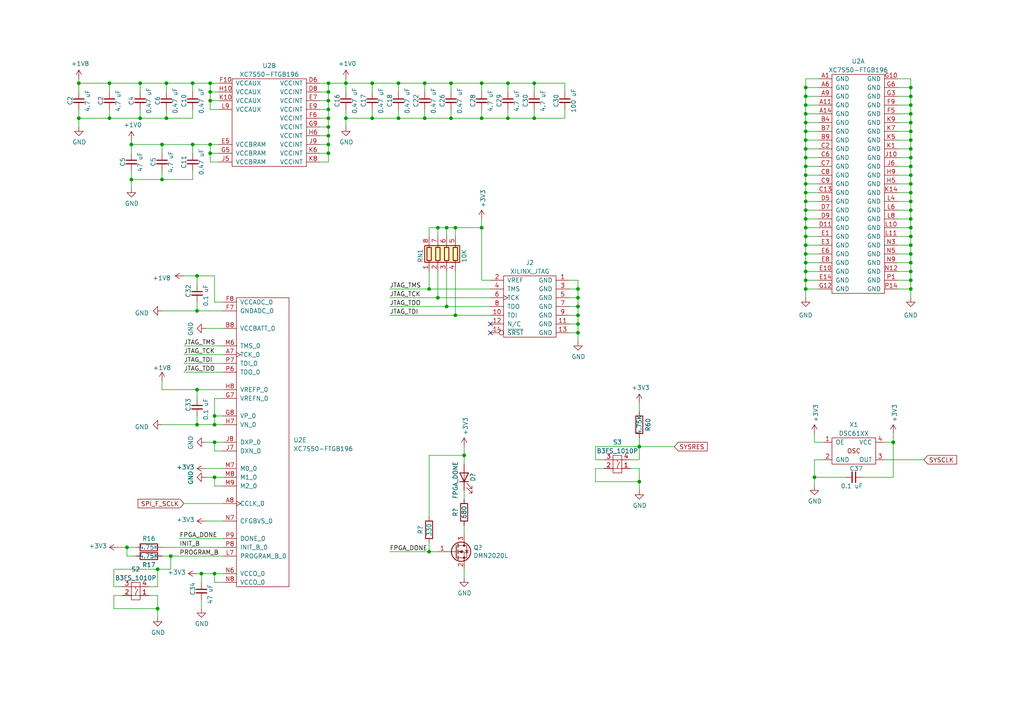
<source format=kicad_sch>
(kicad_sch (version 20230121) (generator eeschema)
  (paper "A4")
  (junction (at 127 66.04))
  (junction (at 233.68 27.94))
  (junction (at 147.32 34.29))
  (junction (at 233.68 50.8))
  (junction (at 264.16 30.48))
  (junction (at 167.64 93.98))
  (junction (at 264.16 76.2))
  (junction (at 167.64 86.36))
  (junction (at 95.25 41.91))
  (junction (at 127 86.36))
  (junction (at 60.96 24.13))
  (junction (at 264.16 68.58))
  (junction (at 264.16 35.56))
  (junction (at 154.94 34.29))
  (junction (at 40.64 34.29))
  (junction (at 100.33 34.29))
  (junction (at 62.23 138.43))
  (junction (at 233.68 58.42))
  (junction (at 233.68 83.82))
  (junction (at 95.25 31.75))
  (junction (at 264.16 27.94))
  (junction (at 46.99 52.07))
  (junction (at 233.68 40.64))
  (junction (at 264.16 66.04))
  (junction (at 259.08 128.27))
  (junction (at 129.54 66.04))
  (junction (at 40.64 24.13))
  (junction (at 167.64 88.9))
  (junction (at 264.16 60.96))
  (junction (at 264.16 45.72))
  (junction (at 57.15 113.03))
  (junction (at 233.68 53.34))
  (junction (at 62.23 128.27))
  (junction (at 130.81 34.29))
  (junction (at 45.72 176.53))
  (junction (at 115.57 24.13))
  (junction (at 264.16 81.28))
  (junction (at 264.16 55.88))
  (junction (at 233.68 33.02))
  (junction (at 58.42 166.37))
  (junction (at 167.64 83.82))
  (junction (at 60.96 29.21))
  (junction (at 264.16 63.5))
  (junction (at 233.68 30.48))
  (junction (at 124.46 160.02))
  (junction (at 49.53 161.29))
  (junction (at 154.94 24.13))
  (junction (at 264.16 25.4))
  (junction (at 60.96 41.91))
  (junction (at 130.81 24.13))
  (junction (at 95.25 36.83))
  (junction (at 124.46 83.82))
  (junction (at 38.1 52.07))
  (junction (at 233.68 66.04))
  (junction (at 264.16 33.02))
  (junction (at 167.64 96.52))
  (junction (at 48.26 34.29))
  (junction (at 95.25 44.45))
  (junction (at 107.95 24.13))
  (junction (at 55.88 24.13))
  (junction (at 236.22 138.43))
  (junction (at 38.1 41.91))
  (junction (at 264.16 48.26))
  (junction (at 147.32 24.13))
  (junction (at 185.42 129.54))
  (junction (at 233.68 71.12))
  (junction (at 115.57 34.29))
  (junction (at 95.25 39.37))
  (junction (at 134.62 132.08))
  (junction (at 139.7 66.04))
  (junction (at 46.99 41.91))
  (junction (at 22.86 34.29))
  (junction (at 233.68 60.96))
  (junction (at 233.68 55.88))
  (junction (at 233.68 35.56))
  (junction (at 264.16 58.42))
  (junction (at 264.16 78.74))
  (junction (at 95.25 29.21))
  (junction (at 233.68 81.28))
  (junction (at 129.54 88.9))
  (junction (at 264.16 50.8))
  (junction (at 185.42 139.7))
  (junction (at 48.26 24.13))
  (junction (at 22.86 24.13))
  (junction (at 31.75 34.29))
  (junction (at 264.16 73.66))
  (junction (at 264.16 71.12))
  (junction (at 132.08 66.04))
  (junction (at 62.23 120.65))
  (junction (at 233.68 25.4))
  (junction (at 107.95 34.29))
  (junction (at 45.72 165.1))
  (junction (at 233.68 48.26))
  (junction (at 132.08 91.44))
  (junction (at 264.16 43.18))
  (junction (at 57.15 123.19))
  (junction (at 233.68 68.58))
  (junction (at 264.16 38.1))
  (junction (at 95.25 24.13))
  (junction (at 62.23 166.37))
  (junction (at 60.96 26.67))
  (junction (at 233.68 43.18))
  (junction (at 60.96 44.45))
  (junction (at 123.19 24.13))
  (junction (at 31.75 24.13))
  (junction (at 139.7 34.29))
  (junction (at 100.33 24.13))
  (junction (at 57.15 90.17))
  (junction (at 233.68 63.5))
  (junction (at 62.23 123.19))
  (junction (at 36.83 158.75))
  (junction (at 167.64 91.44))
  (junction (at 264.16 53.34))
  (junction (at 264.16 40.64))
  (junction (at 57.15 80.01))
  (junction (at 264.16 83.82))
  (junction (at 123.19 34.29))
  (junction (at 55.88 41.91))
  (junction (at 233.68 38.1))
  (junction (at 139.7 24.13))
  (junction (at 95.25 34.29))
  (junction (at 233.68 78.74))
  (junction (at 233.68 76.2))
  (junction (at 95.25 26.67))
  (junction (at 233.68 73.66))
  (junction (at 233.68 45.72))
  (no_connect (at 142.24 93.98))
  (no_connect (at 142.24 96.52))
  (wire (pts (xy 45.72 176.53) (xy 45.72 179.07)))
  (wire (pts (xy 264.16 53.34) (xy 264.16 55.88)))
  (wire (pts (xy 115.57 34.29) (xy 107.95 34.29)))
  (wire (pts (xy 165.1 91.44) (xy 167.64 91.44)))
  (wire (pts (xy 49.53 161.29) (xy 46.99 161.29)))
  (wire (pts (xy 95.25 24.13) (xy 92.71 24.13)))
  (wire (pts (xy 233.68 50.8) (xy 233.68 53.34)))
  (wire (pts (xy 53.34 105.41) (xy 64.77 105.41)))
  (wire (pts (xy 64.77 90.17) (xy 57.15 90.17)))
  (wire (pts (xy 233.68 68.58) (xy 237.49 68.58)))
  (wire (pts (xy 260.35 73.66) (xy 264.16 73.66)))
  (wire (pts (xy 260.35 78.74) (xy 264.16 78.74)))
  (wire (pts (xy 107.95 31.75) (xy 107.95 34.29)))
  (wire (pts (xy 132.08 66.04) (xy 139.7 66.04)))
  (wire (pts (xy 130.81 26.67) (xy 130.81 24.13)))
  (wire (pts (xy 63.5 44.45) (xy 60.96 44.45)))
  (wire (pts (xy 185.42 135.89) (xy 185.42 139.7)))
  (wire (pts (xy 260.35 66.04) (xy 264.16 66.04)))
  (wire (pts (xy 33.02 165.1) (xy 45.72 165.1)))
  (wire (pts (xy 264.16 68.58) (xy 264.16 71.12)))
  (wire (pts (xy 237.49 22.86) (xy 233.68 22.86)))
  (wire (pts (xy 92.71 41.91) (xy 95.25 41.91)))
  (wire (pts (xy 95.25 46.99) (xy 92.71 46.99)))
  (wire (pts (xy 123.19 34.29) (xy 115.57 34.29)))
  (wire (pts (xy 129.54 66.04) (xy 132.08 66.04)))
  (wire (pts (xy 57.15 113.03) (xy 57.15 115.57)))
  (wire (pts (xy 233.68 71.12) (xy 233.68 73.66)))
  (wire (pts (xy 154.94 26.67) (xy 154.94 24.13)))
  (wire (pts (xy 62.23 80.01) (xy 57.15 80.01)))
  (wire (pts (xy 22.86 24.13) (xy 22.86 26.67)))
  (wire (pts (xy 64.77 140.97) (xy 62.23 140.97)))
  (wire (pts (xy 107.95 24.13) (xy 100.33 24.13)))
  (wire (pts (xy 260.35 40.64) (xy 264.16 40.64)))
  (wire (pts (xy 260.35 63.5) (xy 264.16 63.5)))
  (wire (pts (xy 260.35 33.02) (xy 264.16 33.02)))
  (wire (pts (xy 233.68 55.88) (xy 237.49 55.88)))
  (wire (pts (xy 64.77 128.27) (xy 62.23 128.27)))
  (wire (pts (xy 233.68 35.56) (xy 237.49 35.56)))
  (wire (pts (xy 233.68 45.72) (xy 233.68 48.26)))
  (wire (pts (xy 36.83 158.75) (xy 34.29 158.75)))
  (wire (pts (xy 139.7 31.75) (xy 139.7 34.29)))
  (wire (pts (xy 113.03 86.36) (xy 127 86.36)))
  (wire (pts (xy 62.23 130.81) (xy 62.23 128.27)))
  (wire (pts (xy 46.99 44.45) (xy 46.99 41.91)))
  (wire (pts (xy 53.34 146.05) (xy 64.77 146.05)))
  (wire (pts (xy 60.96 26.67) (xy 60.96 24.13)))
  (wire (pts (xy 237.49 66.04) (xy 233.68 66.04)))
  (wire (pts (xy 165.1 96.52) (xy 167.64 96.52)))
  (wire (pts (xy 233.68 71.12) (xy 237.49 71.12)))
  (wire (pts (xy 142.24 83.82) (xy 124.46 83.82)))
  (wire (pts (xy 130.81 31.75) (xy 130.81 34.29)))
  (wire (pts (xy 58.42 166.37) (xy 58.42 168.91)))
  (wire (pts (xy 167.64 81.28) (xy 165.1 81.28)))
  (wire (pts (xy 57.15 80.01) (xy 57.15 82.55)))
  (wire (pts (xy 46.99 110.49) (xy 46.99 113.03)))
  (wire (pts (xy 264.16 43.18) (xy 264.16 45.72)))
  (wire (pts (xy 233.68 27.94) (xy 237.49 27.94)))
  (wire (pts (xy 64.77 87.63) (xy 62.23 87.63)))
  (wire (pts (xy 264.16 83.82) (xy 260.35 83.82)))
  (wire (pts (xy 45.72 176.53) (xy 33.02 176.53)))
  (wire (pts (xy 31.75 31.75) (xy 31.75 34.29)))
  (wire (pts (xy 264.16 30.48) (xy 264.16 33.02)))
  (wire (pts (xy 154.94 24.13) (xy 147.32 24.13)))
  (wire (pts (xy 264.16 78.74) (xy 264.16 81.28)))
  (wire (pts (xy 264.16 58.42) (xy 264.16 60.96)))
  (wire (pts (xy 132.08 91.44) (xy 142.24 91.44)))
  (wire (pts (xy 62.23 168.91) (xy 62.23 166.37)))
  (wire (pts (xy 33.02 170.18) (xy 35.56 170.18)))
  (wire (pts (xy 124.46 78.74) (xy 124.46 83.82)))
  (wire (pts (xy 264.16 83.82) (xy 264.16 86.36)))
  (wire (pts (xy 233.68 81.28) (xy 233.68 83.82)))
  (wire (pts (xy 167.64 93.98) (xy 167.64 91.44)))
  (wire (pts (xy 147.32 31.75) (xy 147.32 34.29)))
  (wire (pts (xy 236.22 138.43) (xy 236.22 140.97)))
  (wire (pts (xy 46.99 90.17) (xy 57.15 90.17)))
  (wire (pts (xy 43.18 170.18) (xy 45.72 170.18)))
  (wire (pts (xy 48.26 31.75) (xy 48.26 34.29)))
  (wire (pts (xy 233.68 63.5) (xy 233.68 66.04)))
  (wire (pts (xy 264.16 40.64) (xy 264.16 43.18)))
  (wire (pts (xy 62.23 87.63) (xy 62.23 80.01)))
  (wire (pts (xy 185.42 139.7) (xy 185.42 142.24)))
  (wire (pts (xy 40.64 31.75) (xy 40.64 34.29)))
  (wire (pts (xy 62.23 123.19) (xy 62.23 120.65)))
  (wire (pts (xy 124.46 66.04) (xy 127 66.04)))
  (wire (pts (xy 195.58 129.54) (xy 185.42 129.54)))
  (wire (pts (xy 165.1 86.36) (xy 167.64 86.36)))
  (wire (pts (xy 245.11 138.43) (xy 236.22 138.43)))
  (wire (pts (xy 123.19 31.75) (xy 123.19 34.29)))
  (wire (pts (xy 123.19 26.67) (xy 123.19 24.13)))
  (wire (pts (xy 163.83 26.67) (xy 163.83 24.13)))
  (wire (pts (xy 233.68 35.56) (xy 233.68 38.1)))
  (wire (pts (xy 260.35 81.28) (xy 264.16 81.28)))
  (wire (pts (xy 233.68 40.64) (xy 237.49 40.64)))
  (wire (pts (xy 233.68 33.02) (xy 233.68 35.56)))
  (wire (pts (xy 95.25 39.37) (xy 95.25 41.91)))
  (wire (pts (xy 39.37 158.75) (xy 36.83 158.75)))
  (wire (pts (xy 233.68 25.4) (xy 233.68 27.94)))
  (wire (pts (xy 163.83 24.13) (xy 154.94 24.13)))
  (wire (pts (xy 57.15 120.65) (xy 57.15 123.19)))
  (wire (pts (xy 167.64 86.36) (xy 167.64 83.82)))
  (wire (pts (xy 264.16 73.66) (xy 264.16 76.2)))
  (wire (pts (xy 60.96 24.13) (xy 55.88 24.13)))
  (wire (pts (xy 22.86 34.29) (xy 22.86 36.83)))
  (wire (pts (xy 233.68 43.18) (xy 233.68 45.72)))
  (wire (pts (xy 64.77 168.91) (xy 62.23 168.91)))
  (wire (pts (xy 40.64 34.29) (xy 31.75 34.29)))
  (wire (pts (xy 62.23 120.65) (xy 62.23 115.57)))
  (wire (pts (xy 38.1 40.64) (xy 38.1 41.91)))
  (wire (pts (xy 134.62 144.78) (xy 134.62 142.24)))
  (wire (pts (xy 95.25 31.75) (xy 95.25 34.29)))
  (wire (pts (xy 62.23 166.37) (xy 58.42 166.37)))
  (wire (pts (xy 39.37 161.29) (xy 36.83 161.29)))
  (wire (pts (xy 233.68 45.72) (xy 237.49 45.72)))
  (wire (pts (xy 38.1 54.61) (xy 38.1 52.07)))
  (wire (pts (xy 233.68 30.48) (xy 233.68 33.02)))
  (wire (pts (xy 52.07 156.21) (xy 64.77 156.21)))
  (wire (pts (xy 129.54 78.74) (xy 129.54 88.9)))
  (wire (pts (xy 264.16 55.88) (xy 264.16 58.42)))
  (wire (pts (xy 33.02 172.72) (xy 35.56 172.72)))
  (wire (pts (xy 264.16 71.12) (xy 264.16 73.66)))
  (wire (pts (xy 92.71 29.21) (xy 95.25 29.21)))
  (wire (pts (xy 123.19 24.13) (xy 115.57 24.13)))
  (wire (pts (xy 233.68 22.86) (xy 233.68 25.4)))
  (wire (pts (xy 107.95 34.29) (xy 100.33 34.29)))
  (wire (pts (xy 130.81 24.13) (xy 123.19 24.13)))
  (wire (pts (xy 185.42 133.35) (xy 185.42 129.54)))
  (wire (pts (xy 60.96 46.99) (xy 60.96 44.45)))
  (wire (pts (xy 264.16 48.26) (xy 264.16 50.8)))
  (wire (pts (xy 100.33 22.86) (xy 100.33 24.13)))
  (wire (pts (xy 167.64 99.06) (xy 167.64 96.52)))
  (wire (pts (xy 264.16 81.28) (xy 264.16 83.82)))
  (wire (pts (xy 233.68 76.2) (xy 233.68 78.74)))
  (wire (pts (xy 64.77 166.37) (xy 62.23 166.37)))
  (wire (pts (xy 62.23 138.43) (xy 59.69 138.43)))
  (wire (pts (xy 38.1 52.07) (xy 38.1 49.53)))
  (wire (pts (xy 259.08 128.27) (xy 259.08 138.43)))
  (wire (pts (xy 95.25 26.67) (xy 95.25 29.21)))
  (wire (pts (xy 233.68 83.82) (xy 237.49 83.82)))
  (wire (pts (xy 40.64 24.13) (xy 31.75 24.13)))
  (wire (pts (xy 260.35 27.94) (xy 264.16 27.94)))
  (wire (pts (xy 130.81 34.29) (xy 123.19 34.29)))
  (wire (pts (xy 43.18 172.72) (xy 45.72 172.72)))
  (wire (pts (xy 233.68 58.42) (xy 233.68 60.96)))
  (wire (pts (xy 259.08 125.73) (xy 259.08 128.27)))
  (wire (pts (xy 167.64 88.9) (xy 167.64 86.36)))
  (wire (pts (xy 233.68 78.74) (xy 233.68 81.28)))
  (wire (pts (xy 113.03 160.02) (xy 124.46 160.02)))
  (wire (pts (xy 36.83 161.29) (xy 36.83 158.75)))
  (wire (pts (xy 115.57 24.13) (xy 107.95 24.13)))
  (wire (pts (xy 139.7 66.04) (xy 139.7 63.5)))
  (wire (pts (xy 55.88 26.67) (xy 55.88 24.13)))
  (wire (pts (xy 59.69 135.89) (xy 64.77 135.89)))
  (wire (pts (xy 167.64 96.52) (xy 167.64 93.98)))
  (wire (pts (xy 107.95 26.67) (xy 107.95 24.13)))
  (wire (pts (xy 233.68 40.64) (xy 233.68 43.18)))
  (wire (pts (xy 185.42 129.54) (xy 172.72 129.54)))
  (wire (pts (xy 129.54 88.9) (xy 142.24 88.9)))
  (wire (pts (xy 46.99 158.75) (xy 64.77 158.75)))
  (wire (pts (xy 163.83 34.29) (xy 154.94 34.29)))
  (wire (pts (xy 63.5 29.21) (xy 60.96 29.21)))
  (wire (pts (xy 260.35 25.4) (xy 264.16 25.4)))
  (wire (pts (xy 264.16 66.04) (xy 264.16 68.58)))
  (wire (pts (xy 165.1 88.9) (xy 167.64 88.9)))
  (wire (pts (xy 233.68 60.96) (xy 237.49 60.96)))
  (wire (pts (xy 172.72 135.89) (xy 172.72 139.7)))
  (wire (pts (xy 260.35 71.12) (xy 264.16 71.12)))
  (wire (pts (xy 163.83 31.75) (xy 163.83 34.29)))
  (wire (pts (xy 233.68 48.26) (xy 233.68 50.8)))
  (wire (pts (xy 175.26 135.89) (xy 172.72 135.89)))
  (wire (pts (xy 260.35 35.56) (xy 264.16 35.56)))
  (wire (pts (xy 233.68 33.02) (xy 237.49 33.02)))
  (wire (pts (xy 49.53 161.29) (xy 49.53 165.1)))
  (wire (pts (xy 22.86 22.86) (xy 22.86 24.13)))
  (wire (pts (xy 233.68 76.2) (xy 237.49 76.2)))
  (wire (pts (xy 55.88 24.13) (xy 48.26 24.13)))
  (wire (pts (xy 46.99 52.07) (xy 38.1 52.07)))
  (wire (pts (xy 260.35 53.34) (xy 264.16 53.34)))
  (wire (pts (xy 129.54 68.58) (xy 129.54 66.04)))
  (wire (pts (xy 264.16 35.56) (xy 264.16 38.1)))
  (wire (pts (xy 55.88 31.75) (xy 55.88 34.29)))
  (wire (pts (xy 233.68 58.42) (xy 237.49 58.42)))
  (wire (pts (xy 95.25 34.29) (xy 95.25 36.83)))
  (wire (pts (xy 264.16 63.5) (xy 264.16 66.04)))
  (wire (pts (xy 60.96 31.75) (xy 60.96 29.21)))
  (wire (pts (xy 55.88 44.45) (xy 55.88 41.91)))
  (wire (pts (xy 233.68 48.26) (xy 237.49 48.26)))
  (wire (pts (xy 260.35 30.48) (xy 264.16 30.48)))
  (wire (pts (xy 60.96 29.21) (xy 60.96 26.67)))
  (wire (pts (xy 264.16 50.8) (xy 264.16 53.34)))
  (wire (pts (xy 63.5 26.67) (xy 60.96 26.67)))
  (wire (pts (xy 233.68 53.34) (xy 237.49 53.34)))
  (wire (pts (xy 124.46 132.08) (xy 124.46 149.86)))
  (wire (pts (xy 46.99 113.03) (xy 57.15 113.03)))
  (wire (pts (xy 53.34 102.87) (xy 64.77 102.87)))
  (wire (pts (xy 55.88 34.29) (xy 48.26 34.29)))
  (wire (pts (xy 233.68 81.28) (xy 237.49 81.28)))
  (wire (pts (xy 59.69 95.25) (xy 64.77 95.25)))
  (wire (pts (xy 172.72 129.54) (xy 172.72 133.35)))
  (wire (pts (xy 100.33 34.29) (xy 100.33 31.75)))
  (wire (pts (xy 46.99 41.91) (xy 38.1 41.91)))
  (wire (pts (xy 167.64 83.82) (xy 167.64 81.28)))
  (wire (pts (xy 127 86.36) (xy 142.24 86.36)))
  (wire (pts (xy 40.64 26.67) (xy 40.64 24.13)))
  (wire (pts (xy 260.35 45.72) (xy 264.16 45.72)))
  (wire (pts (xy 264.16 25.4) (xy 264.16 27.94)))
  (wire (pts (xy 233.68 53.34) (xy 233.68 55.88)))
  (wire (pts (xy 139.7 24.13) (xy 130.81 24.13)))
  (wire (pts (xy 59.69 151.13) (xy 64.77 151.13)))
  (wire (pts (xy 233.68 38.1) (xy 233.68 40.64)))
  (wire (pts (xy 233.68 66.04) (xy 233.68 68.58)))
  (wire (pts (xy 31.75 26.67) (xy 31.75 24.13)))
  (wire (pts (xy 132.08 78.74) (xy 132.08 91.44)))
  (wire (pts (xy 233.68 68.58) (xy 233.68 71.12)))
  (wire (pts (xy 259.08 138.43) (xy 250.19 138.43)))
  (wire (pts (xy 132.08 68.58) (xy 132.08 66.04)))
  (wire (pts (xy 31.75 34.29) (xy 22.86 34.29)))
  (wire (pts (xy 63.5 31.75) (xy 60.96 31.75)))
  (wire (pts (xy 57.15 87.63) (xy 57.15 90.17)))
  (wire (pts (xy 264.16 45.72) (xy 264.16 48.26)))
  (wire (pts (xy 142.24 81.28) (xy 139.7 81.28)))
  (wire (pts (xy 264.16 38.1) (xy 264.16 40.64)))
  (wire (pts (xy 22.86 31.75) (xy 22.86 34.29)))
  (wire (pts (xy 233.68 55.88) (xy 233.68 58.42)))
  (wire (pts (xy 53.34 107.95) (xy 64.77 107.95)))
  (wire (pts (xy 92.71 31.75) (xy 95.25 31.75)))
  (wire (pts (xy 238.76 128.27) (xy 236.22 128.27)))
  (wire (pts (xy 100.33 24.13) (xy 95.25 24.13)))
  (wire (pts (xy 124.46 160.02) (xy 124.46 157.48)))
  (wire (pts (xy 127 160.02) (xy 124.46 160.02)))
  (wire (pts (xy 64.77 113.03) (xy 57.15 113.03)))
  (wire (pts (xy 115.57 31.75) (xy 115.57 34.29)))
  (wire (pts (xy 95.25 41.91) (xy 95.25 44.45)))
  (wire (pts (xy 233.68 50.8) (xy 237.49 50.8)))
  (wire (pts (xy 233.68 73.66) (xy 233.68 76.2)))
  (wire (pts (xy 267.97 133.35) (xy 256.54 133.35)))
  (wire (pts (xy 236.22 133.35) (xy 236.22 138.43)))
  (wire (pts (xy 127 66.04) (xy 129.54 66.04)))
  (wire (pts (xy 185.42 116.84) (xy 185.42 119.38)))
  (wire (pts (xy 185.42 127) (xy 185.42 129.54)))
  (wire (pts (xy 62.23 115.57) (xy 64.77 115.57)))
  (wire (pts (xy 33.02 165.1) (xy 33.02 170.18)))
  (wire (pts (xy 264.16 27.94) (xy 264.16 30.48)))
  (wire (pts (xy 260.35 22.86) (xy 264.16 22.86)))
  (wire (pts (xy 62.23 123.19) (xy 64.77 123.19)))
  (wire (pts (xy 134.62 132.08) (xy 124.46 132.08)))
  (wire (pts (xy 147.32 34.29) (xy 139.7 34.29)))
  (wire (pts (xy 147.32 26.67) (xy 147.32 24.13)))
  (wire (pts (xy 92.71 26.67) (xy 95.25 26.67)))
  (wire (pts (xy 260.35 50.8) (xy 264.16 50.8)))
  (wire (pts (xy 260.35 43.18) (xy 264.16 43.18)))
  (wire (pts (xy 46.99 123.19) (xy 57.15 123.19)))
  (wire (pts (xy 60.96 41.91) (xy 55.88 41.91)))
  (wire (pts (xy 100.33 36.83) (xy 100.33 34.29)))
  (wire (pts (xy 60.96 44.45) (xy 60.96 41.91)))
  (wire (pts (xy 58.42 173.99) (xy 58.42 176.53)))
  (wire (pts (xy 172.72 133.35) (xy 175.26 133.35)))
  (wire (pts (xy 64.77 161.29) (xy 49.53 161.29)))
  (wire (pts (xy 236.22 128.27) (xy 236.22 125.73)))
  (wire (pts (xy 63.5 24.13) (xy 60.96 24.13)))
  (wire (pts (xy 134.62 167.64) (xy 134.62 165.1)))
  (wire (pts (xy 233.68 73.66) (xy 237.49 73.66)))
  (wire (pts (xy 53.34 100.33) (xy 64.77 100.33)))
  (wire (pts (xy 134.62 134.62) (xy 134.62 132.08)))
  (wire (pts (xy 95.25 24.13) (xy 95.25 26.67)))
  (wire (pts (xy 264.16 76.2) (xy 264.16 78.74)))
  (wire (pts (xy 167.64 91.44) (xy 167.64 88.9)))
  (wire (pts (xy 92.71 39.37) (xy 95.25 39.37)))
  (wire (pts (xy 124.46 83.82) (xy 113.03 83.82)))
  (wire (pts (xy 233.68 63.5) (xy 237.49 63.5)))
  (wire (pts (xy 57.15 80.01) (xy 53.34 80.01)))
  (wire (pts (xy 165.1 93.98) (xy 167.64 93.98)))
  (wire (pts (xy 260.35 58.42) (xy 264.16 58.42)))
  (wire (pts (xy 233.68 78.74) (xy 237.49 78.74)))
  (wire (pts (xy 48.26 34.29) (xy 40.64 34.29)))
  (wire (pts (xy 48.26 26.67) (xy 48.26 24.13)))
  (wire (pts (xy 233.68 43.18) (xy 237.49 43.18)))
  (wire (pts (xy 264.16 22.86) (xy 264.16 25.4)))
  (wire (pts (xy 134.62 129.54) (xy 134.62 132.08)))
  (wire (pts (xy 154.94 31.75) (xy 154.94 34.29)))
  (wire (pts (xy 57.15 123.19) (xy 62.23 123.19)))
  (wire (pts (xy 63.5 41.91) (xy 60.96 41.91)))
  (wire (pts (xy 147.32 24.13) (xy 139.7 24.13)))
  (wire (pts (xy 260.35 48.26) (xy 264.16 48.26)))
  (wire (pts (xy 260.35 68.58) (xy 264.16 68.58)))
  (wire (pts (xy 233.68 60.96) (xy 233.68 63.5)))
  (wire (pts (xy 260.35 55.88) (xy 264.16 55.88)))
  (wire (pts (xy 264.16 33.02) (xy 264.16 35.56)))
  (wire (pts (xy 260.35 76.2) (xy 264.16 76.2)))
  (wire (pts (xy 172.72 139.7) (xy 185.42 139.7)))
  (wire (pts (xy 260.35 60.96) (xy 264.16 60.96)))
  (wire (pts (xy 55.88 52.07) (xy 46.99 52.07)))
  (wire (pts (xy 127 68.58) (xy 127 66.04)))
  (wire (pts (xy 48.26 24.13) (xy 40.64 24.13)))
  (wire (pts (xy 139.7 81.28) (xy 139.7 66.04)))
  (wire (pts (xy 264.16 60.96) (xy 264.16 63.5)))
  (wire (pts (xy 64.77 130.81) (xy 62.23 130.81)))
  (wire (pts (xy 127 78.74) (xy 127 86.36)))
  (wire (pts (xy 182.88 133.35) (xy 185.42 133.35)))
  (wire (pts (xy 62.23 140.97) (xy 62.23 138.43)))
  (wire (pts (xy 55.88 41.91) (xy 46.99 41.91)))
  (wire (pts (xy 113.03 91.44) (xy 132.08 91.44)))
  (wire (pts (xy 63.5 46.99) (xy 60.96 46.99)))
  (wire (pts (xy 95.25 44.45) (xy 95.25 46.99)))
  (wire (pts (xy 154.94 34.29) (xy 147.32 34.29)))
  (wire (pts (xy 64.77 120.65) (xy 62.23 120.65)))
  (wire (pts (xy 55.88 49.53) (xy 55.88 52.07)))
  (wire (pts (xy 124.46 68.58) (xy 124.46 66.04)))
  (wire (pts (xy 92.71 36.83) (xy 95.25 36.83)))
  (wire (pts (xy 259.08 128.27) (xy 256.54 128.27)))
  (wire (pts (xy 113.03 88.9) (xy 129.54 88.9)))
  (wire (pts (xy 38.1 41.91) (xy 38.1 44.45)))
  (wire (pts (xy 233.68 27.94) (xy 233.68 30.48)))
  (wire (pts (xy 182.88 135.89) (xy 185.42 135.89)))
  (wire (pts (xy 115.57 26.67) (xy 115.57 24.13)))
  (wire (pts (xy 57.15 166.37) (xy 58.42 166.37)))
  (wire (pts (xy 233.68 30.48) (xy 237.49 30.48)))
  (wire (pts (xy 165.1 83.82) (xy 167.64 83.82)))
  (wire (pts (xy 233.68 38.1) (xy 237.49 38.1)))
  (wire (pts (xy 139.7 34.29) (xy 130.81 34.29)))
  (wire (pts (xy 260.35 38.1) (xy 264.16 38.1)))
  (wire (pts (xy 45.72 165.1) (xy 45.72 170.18)))
  (wire (pts (xy 92.71 34.29) (xy 95.25 34.29)))
  (wire (pts (xy 45.72 172.72) (xy 45.72 176.53)))
  (wire (pts (xy 95.25 29.21) (xy 95.25 31.75)))
  (wire (pts (xy 31.75 24.13) (xy 22.86 24.13)))
  (wire (pts (xy 238.76 133.35) (xy 236.22 133.35)))
  (wire (pts (xy 139.7 26.67) (xy 139.7 24.13)))
  (wire (pts (xy 62.23 128.27) (xy 59.69 128.27)))
  (wire (pts (xy 134.62 154.94) (xy 134.62 152.4)))
  (wire (pts (xy 64.77 138.43) (xy 62.23 138.43)))
  (wire (pts (xy 46.99 49.53) (xy 46.99 52.07)))
  (wire (pts (xy 45.72 165.1) (xy 49.53 165.1)))
  (wire (pts (xy 233.68 83.82) (xy 233.68 86.36)))
  (wire (pts (xy 233.68 25.4) (xy 237.49 25.4)))
  (wire (pts (xy 100.33 26.67) (xy 100.33 24.13)))
  (wire (pts (xy 33.02 176.53) (xy 33.02 172.72)))
  (wire (pts (xy 92.71 44.45) (xy 95.25 44.45)))
  (wire (pts (xy 95.25 36.83) (xy 95.25 39.37)))
  (label "FPGA_DONE" (at 113.03 160.02 0))
  (label "JTAG_TMS" (at 113.03 83.82 0))
  (label "JTAG_TDI" (at 113.03 91.44 0))
  (label "FPGA_DONE" (at 52.07 156.21 0))
  (label "JTAG_TMS" (at 53.34 100.33 0))
  (label "JTAG_TDO" (at 113.03 88.9 0))
  (label "INIT_B" (at 52.07 158.75 0))
  (label "PROGRAM_B" (at 52.07 161.29 0))
  (label "JTAG_TCK" (at 113.03 86.36 0))
  (label "JTAG_TDI" (at 53.34 105.41 0))
  (label "JTAG_TCK" (at 53.34 102.87 0))
  (label "JTAG_TDO" (at 53.34 107.95 0))
  (global_label "SPI_F_SCLK" (shape input) (at 53.34 146.05 180) (property "Intersheetrefs" "${INTERSHEET_REFS}" (effects hide)))
  (global_label "SYSRES" (shape input) (at 195.58 129.54 0) (property "Intersheetrefs" "${INTERSHEET_REFS}" (effects hide)))
  (global_label "SYSCLK" (shape input) (at 267.97 133.35 0) (property "Intersheetrefs" "${INTERSHEET_REFS}" (effects hide)))
  (symbol (lib_id "power:+3V3") (at 57.15 166.37 90) (unit 1)
    (property "Reference" "#PWR027" (effects hide))
    (property "Value" "+3V3" (at 53.8988 165.989 90) (effects (justify left)))
  )
  (symbol (lib_id "power:GND") (at 45.72 179.07 0) (unit 1)
    (property "Reference" "#PWR?" (effects hide))
    (property "Value" "GND" (at 45.847 183.4642 0))
    (instances (project "FPGA_V2" (path "" (reference "#PWR?") (unit 1)) (path "" (reference "#PWR022") (unit 1))))
  )
  (symbol (lib_id "Prof:XC7S50-FTGB196") (at 76.2 128.27 0) (unit 5)
    (property "Reference" "U2" (at 85.09 127.635 0) (effects (justify left)))
    (property "Value" "XC7S50-FTGB196" (at 85.09 130.175 0) (effects (justify left)))
    (property "Footprint" "Package_BGA:Xilinx_FTGB196" (effects hide))
  )
  (symbol (lib_id "power:GND") (at 233.68 86.36 0) (unit 1)
    (property "Reference" "#PWR074" (effects hide))
    (property "Value" "GND" (at 233.68 91.44 0))
  )
  (symbol (lib_id "power:GND") (at 38.1 54.61 0) (unit 1)
    (property "Reference" "#PWR06" (effects hide))
    (property "Value" "GND" (at 38.227 59.0042 0))
  )
  (symbol (lib_id "Device:C_Small") (at 40.64 29.21 0) (unit 1)
    (property "Reference" "C4" (at 38.1 29.21 90))
    (property "Value" "0.47 uF" (at 43.18 29.21 90))
    (property "Footprint" "Capacitor_SMD:C_0805_2012Metric" (effects hide))
    (instances (project "FPGA_V2" (path "" (reference "C4") (unit 1)) (path "" (reference "C2") (unit 1))))
  )
  (symbol (lib_id "power:GND") (at 236.22 140.97 0) (unit 1)
    (property "Reference" "#PWR?" (effects hide))
    (property "Value" "GND" (at 236.347 145.3642 0))
    (instances (project "FPGA_V2" (path "" (reference "#PWR?") (unit 1)) (path "" (reference "#PWR058") (unit 1))))
  )
  (symbol (lib_id "power:GND") (at 167.64 99.06 0) (unit 1)
    (property "Reference" "#PWR?" (effects hide))
    (property "Value" "GND" (at 167.767 103.4542 0))
    (instances (project "FPGA_V2" (path "" (reference "#PWR?") (unit 1)) (path "" (reference "#PWR054") (unit 1))))
  )
  (symbol (lib_id "power:GND") (at 58.42 176.53 0) (unit 1)
    (property "Reference" "#PWR?" (effects hide))
    (property "Value" "GND" (at 58.547 180.9242 0))
    (instances (project "FPGA_V2" (path "" (reference "#PWR?") (unit 1)) (path "" (reference "#PWR031") (unit 1))))
  )
  (symbol (lib_id "power:+3V3") (at 59.69 151.13 90) (unit 1)
    (property "Reference" "#PWR036" (effects hide))
    (property "Value" "+3V3" (at 56.4388 150.749 90) (effects (justify left)))
  )
  (symbol (lib_id "power:+1V0") (at 38.1 40.64 0) (unit 1)
    (property "Reference" "#PWR05" (effects hide))
    (property "Value" "+1V0" (at 38.481 36.2458 0))
  )
  (symbol (lib_id "power:+3V3") (at 59.69 135.89 90) (unit 1)
    (property "Reference" "#PWR034" (effects hide))
    (property "Value" "+3V3" (at 56.4388 135.509 90) (effects (justify left)))
  )
  (symbol (lib_id "Device:R_Pack04") (at 129.54 73.66 0) (unit 1)
    (property "Reference" "RN1" (at 121.92 76.2 90) (effects (justify left)))
    (property "Value" "10K" (at 134.62 76.2 90) (effects (justify left)))
    (property "Footprint" "Resistor_SMD:R_Array_Convex_4x1206" (effects hide))
  )
  (symbol (lib_id "power:GND") (at 264.16 86.36 0) (unit 1)
    (property "Reference" "#PWR075" (effects hide))
    (property "Value" "GND" (at 264.16 91.44 0))
  )
  (symbol (lib_id "Device:R") (at 185.42 123.19 0) (unit 1)
    (property "Reference" "R60" (at 187.96 123.19 90))
    (property "Value" "4.75K" (at 185.42 123.19 90))
    (property "Footprint" "Resistor_SMD:R_0402_1005Metric" (effects hide))
  )
  (symbol (lib_id "Device:R") (at 134.62 148.59 180) (unit 1)
    (property "Reference" "R?" (at 132.08 148.59 90))
    (property "Value" "680" (at 134.62 148.59 90))
    (property "Footprint" "Resistor_SMD:R_0805_2012Metric_Pad1.20x1.40mm_HandSolder" (effects hide))
    (instances (project "FPGA_V2" (path "" (reference "R?") (unit 1)) (path "" (reference "R59") (unit 1))))
  )
  (symbol (lib_id "Device:C_Small") (at 147.32 29.21 0) (unit 1)
    (property "Reference" "C29" (at 144.78 29.21 90))
    (property "Value" "4.7 uF" (at 149.86 29.21 90))
    (property "Footprint" "Capacitor_SMD:C_0402_1005Metric" (effects hide))
    (instances (project "FPGA_V2" (path "" (reference "C29") (unit 1)) (path "" (reference "C26") (unit 1))))
  )
  (symbol (lib_id "Device:R") (at 43.18 161.29 270) (unit 1)
    (property "Reference" "R17" (at 43.18 163.83 90))
    (property "Value" "4.75K" (at 43.18 161.29 90))
    (property "Footprint" "Resistor_SMD:R_0805_2012Metric_Pad1.20x1.40mm_HandSolder" (effects hide))
  )
  (symbol (lib_id "Device:C_Small") (at 57.15 118.11 0) (unit 1)
    (property "Reference" "C33" (at 54.61 119.38 90) (effects (justify left)))
    (property "Value" "0.1 uF" (at 59.69 121.92 90) (effects (justify left)))
    (property "Footprint" "Capacitor_SMD:C_0402_1005Metric" (effects hide))
  )
  (symbol (lib_id "Device:C_Small") (at 154.94 29.21 0) (unit 1)
    (property "Reference" "C30" (at 152.4 29.21 90))
    (property "Value" "4.7 uF" (at 157.48 29.21 90))
    (property "Footprint" "Capacitor_SMD:C_0402_1005Metric" (effects hide))
    (instances (project "FPGA_V2" (path "" (reference "C30") (unit 1)) (path "" (reference "C28") (unit 1))))
  )
  (symbol (lib_id "Prof:B3FS_1010P") (at 179.07 134.62 0) (unit 1)
    (property "Reference" "S3" (at 179.07 128.27 0))
    (property "Value" "B3FS_1010P" (at 179.07 130.81 0))
    (property "Footprint" "Prof:B3FS_1010P" (effects hide))
  )
  (symbol (lib_id "Prof:B3FS_1010P") (at 39.37 171.45 0) (unit 1)
    (property "Reference" "S2" (at 39.37 165.1 0))
    (property "Value" "B3FS_1010P" (at 39.37 167.64 0))
    (property "Footprint" "Prof:B3FS_1010P" (effects hide))
  )
  (symbol (lib_id "Prof:XC7S50-FTGB196") (at 78.74 35.56 0) (unit 2)
    (property "Reference" "U2" (at 78.105 19.05 0))
    (property "Value" "XC7S50-FTGB196" (at 78.105 21.59 0))
    (property "Footprint" "Package_BGA:Xilinx_FTGB196" (effects hide))
  )
  (symbol (lib_id "Device:C_Small") (at 46.99 46.99 0) (unit 1)
    (property "Reference" "C5" (at 44.45 46.99 90))
    (property "Value" "4.7 uF" (at 49.53 46.99 90))
    (property "Footprint" "Capacitor_SMD:C_0402_1005Metric" (effects hide))
    (instances (project "FPGA_V2" (path "" (reference "C5") (unit 1)) (path "" (reference "C3") (unit 1))))
  )
  (symbol (lib_id "Prof:DSC61XX") (at 247.65 130.81 0) (unit 1)
    (property "Reference" "X1" (at 247.65 123.19 0))
    (property "Value" "DSC61XX" (at 247.65 125.73 0))
    (property "Footprint" "Oscillator:Oscillator_SMD_Abracon_ASE-4Pin_3.2x2.5mm_HandSoldering" (effects hide))
  )
  (symbol (lib_id "Device:C_Small") (at 139.7 29.21 0) (unit 1)
    (property "Reference" "C28" (at 137.16 29.21 90))
    (property "Value" "4.7 uF" (at 142.24 29.21 90))
    (property "Footprint" "Capacitor_SMD:C_0402_1005Metric" (effects hide))
    (instances (project "FPGA_V2" (path "" (reference "C28") (unit 1)) (path "" (reference "C22") (unit 1))))
  )
  (symbol (lib_id "power:+3V3") (at 259.08 125.73 0) (unit 1)
    (property "Reference" "#PWR059" (effects hide))
    (property "Value" "+3V3" (at 259.461 122.4788 90) (effects (justify left)))
  )
  (symbol (lib_id "power:GND") (at 59.69 95.25 270) (unit 1)
    (property "Reference" "#PWR?" (effects hide))
    (property "Value" "GND" (at 55.2958 95.377 0))
    (instances (project "FPGA_V2" (path "" (reference "#PWR?") (unit 1)) (path "" (reference "#PWR032") (unit 1))))
  )
  (symbol (lib_id "Device:R") (at 124.46 153.67 180) (unit 1)
    (property "Reference" "R?" (at 121.92 153.67 90))
    (property "Value" "330" (at 124.46 153.67 90))
    (property "Footprint" "Resistor_SMD:R_0805_2012Metric_Pad1.20x1.40mm_HandSolder" (effects hide))
    (instances (project "FPGA_V2" (path "" (reference "R?") (unit 1)) (path "" (reference "R58") (unit 1))))
  )
  (symbol (lib_id "Device:C_Small") (at 38.1 46.99 0) (unit 1)
    (property "Reference" "C5" (at 35.56 46.99 90))
    (property "Value" "47 uF" (at 40.64 46.99 90))
    (property "Footprint" "Capacitor_SMD:C_0402_1005Metric" (effects hide))
    (instances (project "FPGA_V2" (path "" (reference "C5") (unit 1)) (path "" (reference "C30") (unit 1))))
  )
  (symbol (lib_id "power:+3V3") (at 34.29 158.75 90) (unit 1)
    (property "Reference" "#PWR021" (effects hide))
    (property "Value" "+3V3" (at 31.0388 158.369 90) (effects (justify left)))
  )
  (symbol (lib_id "Device:C_Small") (at 123.19 29.21 0) (unit 1)
    (property "Reference" "C22" (at 120.65 29.21 90))
    (property "Value" "0.47 uF" (at 125.73 29.21 90))
    (property "Footprint" "Capacitor_SMD:C_0805_2012Metric" (effects hide))
    (instances (project "FPGA_V2" (path "" (reference "C22") (unit 1)) (path "" (reference "C17") (unit 1))))
  )
  (symbol (lib_id "power:GND") (at 22.86 36.83 0) (unit 1)
    (property "Reference" "#PWR02" (effects hide))
    (property "Value" "GND" (at 22.987 41.2242 0))
  )
  (symbol (lib_id "Device:C_Small") (at 115.57 29.21 0) (unit 1)
    (property "Reference" "C18" (at 113.03 29.21 90))
    (property "Value" "0.47 uF" (at 118.11 29.21 90))
    (property "Footprint" "Capacitor_SMD:C_0805_2012Metric" (effects hide))
    (instances (project "FPGA_V2" (path "" (reference "C18") (unit 1)) (path "" (reference "C16") (unit 1))))
  )
  (symbol (lib_id "power:+1V0") (at 100.33 22.86 0) (unit 1)
    (property "Reference" "#PWR012" (effects hide))
    (property "Value" "+1V0" (at 100.711 18.4658 0))
  )
  (symbol (lib_id "Prof:XILINX_JTAG") (at 153.67 88.9 0) (unit 1)
    (property "Reference" "J2" (at 153.67 76.2 0))
    (property "Value" "XILINX_JTAG" (at 153.67 78.74 0))
    (property "Footprint" "Connector_PinHeader_2.00mm:PinHeader_2x07_P2.00mm_Vertical_SMD" (effects hide))
  )
  (symbol (lib_id "power:+3V3") (at 139.7 63.5 0) (unit 1)
    (property "Reference" "#PWR042" (effects hide))
    (property "Value" "+3V3" (at 140.081 60.2488 90) (effects (justify left)))
  )
  (symbol (lib_id "Device:LED") (at 134.62 138.43 90) (unit 1)
    (property "Reference" "D?" (at 137.16 139.7 0) (effects (justify left)))
    (property "Value" "FPGA_DONE" (at 132.08 144.78 0) (effects (justify left)))
    (property "Footprint" "LED_SMD:LED_0805_2012Metric" (effects hide))
    (instances (project "FPGA_V2" (path "" (reference "D?") (unit 1)) (path "" (reference "D5") (unit 1))))
  )
  (symbol (lib_id "Device:C_Small") (at 100.33 29.21 0) (unit 1)
    (property "Reference" "C16" (at 97.79 29.21 90))
    (property "Value" "0.47 uF" (at 102.87 29.21 90))
    (property "Footprint" "Capacitor_SMD:C_0805_2012Metric" (effects hide))
    (instances (project "FPGA_V2" (path "" (reference "C16") (unit 1)) (path "" (reference "C10") (unit 1))))
  )
  (symbol (lib_id "power:+1V8") (at 46.99 110.49 0) (unit 1)
    (property "Reference" "#PWR039" (effects hide))
    (property "Value" "+1V8" (at 46.99 106.68 0))
  )
  (symbol (lib_id "power:+3V3") (at 236.22 125.73 0) (unit 1)
    (property "Reference" "#PWR057" (effects hide))
    (property "Value" "+3V3" (at 236.601 122.4788 90) (effects (justify left)))
  )
  (symbol (lib_id "power:GND") (at 46.99 90.17 270) (unit 1)
    (property "Reference" "#PWR026" (effects hide))
    (property "Value" "GND" (at 43.18 90.805 90) (effects (justify right)))
  )
  (symbol (lib_id "Device:C_Small") (at 107.95 29.21 0) (unit 1)
    (property "Reference" "C17" (at 105.41 29.21 90))
    (property "Value" "0.47 uF" (at 110.49 29.21 90))
    (property "Footprint" "Capacitor_SMD:C_0805_2012Metric" (effects hide))
    (instances (project "FPGA_V2" (path "" (reference "C17") (unit 1)) (path "" (reference "C11") (unit 1))))
  )
  (symbol (lib_id "Device:C_Small") (at 22.86 29.21 0) (unit 1)
    (property "Reference" "C2" (at 20.32 29.21 90))
    (property "Value" "4.7 uF" (at 25.4 29.21 90))
    (property "Footprint" "Capacitor_SMD:C_0402_1005Metric" (effects hide))
    (instances (project "FPGA_V2" (path "" (reference "C2") (unit 1)) (path "" (reference "C29") (unit 1))))
  )
  (symbol (lib_id "Device:C_Small") (at 48.26 29.21 0) (unit 1)
    (property "Reference" "C6" (at 45.72 29.21 90))
    (property "Value" "0.47 uF" (at 50.8 29.21 90))
    (property "Footprint" "Capacitor_SMD:C_0805_2012Metric" (effects hide))
    (instances (project "FPGA_V2" (path "" (reference "C6") (unit 1)) (path "" (reference "C4") (unit 1))))
  )
  (symbol (lib_id "power:GND") (at 185.42 142.24 0) (unit 1)
    (property "Reference" "#PWR?" (effects hide))
    (property "Value" "GND" (at 185.547 146.6342 0))
    (instances (project "FPGA_V2" (path "" (reference "#PWR?") (unit 1)) (path "" (reference "#PWR063") (unit 1))))
  )
  (symbol (lib_id "Device:C_Small") (at 55.88 46.99 0) (unit 1)
    (property "Reference" "C11" (at 53.34 46.99 90))
    (property "Value" "0.47 uF" (at 58.42 46.99 90))
    (property "Footprint" "Capacitor_SMD:C_0805_2012Metric" (effects hide))
    (instances (project "FPGA_V2" (path "" (reference "C11") (unit 1)) (path "" (reference "C6") (unit 1))))
  )
  (symbol (lib_id "Device:R") (at 43.18 158.75 270) (unit 1)
    (property "Reference" "R16" (at 43.18 156.21 90))
    (property "Value" "4.75K" (at 43.18 158.75 90))
    (property "Footprint" "Resistor_SMD:R_0805_2012Metric_Pad1.20x1.40mm_HandSolder" (effects hide))
  )
  (symbol (lib_id "Prof:XC7S50-FTGB196") (at 248.92 53.34 0) (unit 1)
    (property "Reference" "U2" (at 248.92 17.78 0))
    (property "Value" "XC7S50-FTGB196" (at 248.92 20.32 0))
    (property "Footprint" "Package_BGA:Xilinx_FTGB196" (effects hide))
  )
  (symbol (lib_id "power:GND") (at 100.33 36.83 0) (unit 1)
    (property "Reference" "#PWR013" (effects hide))
    (property "Value" "GND" (at 100.457 41.2242 0))
  )
  (symbol (lib_id "Device:C_Small") (at 247.65 138.43 270) (unit 1)
    (property "Reference" "C37" (at 246.38 135.89 90) (effects (justify left)))
    (property "Value" "0.1 uF" (at 243.84 140.97 90) (effects (justify left)))
    (property "Footprint" "Capacitor_SMD:C_0402_1005Metric" (effects hide))
  )
  (symbol (lib_id "Device:C_Small") (at 31.75 29.21 0) (unit 1)
    (property "Reference" "C2" (at 29.21 29.21 90))
    (property "Value" "4.7 uF" (at 34.29 29.21 90))
    (property "Footprint" "Capacitor_SMD:C_0402_1005Metric" (effects hide))
    (instances (project "FPGA_V2" (path "" (reference "C2") (unit 1)) (path "" (reference "C1") (unit 1))))
  )
  (symbol (lib_id "power:GND") (at 46.99 123.19 270) (unit 1)
    (property "Reference" "#PWR025" (effects hide))
    (property "Value" "GND" (at 43.18 123.825 90) (effects (justify right)))
  )
  (symbol (lib_id "Device:C_Small") (at 130.81 29.21 0) (unit 1)
    (property "Reference" "C26" (at 128.27 29.21 90))
    (property "Value" "0.47 uF" (at 133.35 29.21 90))
    (property "Footprint" "Capacitor_SMD:C_0805_2012Metric" (effects hide))
    (instances (project "FPGA_V2" (path "" (reference "C26") (unit 1)) (path "" (reference "C18") (unit 1))))
  )
  (symbol (lib_id "power:+1V8") (at 22.86 22.86 0) (unit 1)
    (property "Reference" "#PWR01" (effects hide))
    (property "Value" "+1V8" (at 23.241 18.4658 0))
  )
  (symbol (lib_id "power:+3V3") (at 134.62 129.54 0) (unit 1)
    (property "Reference" "#PWR040" (effects hide))
    (property "Value" "+3V3" (at 135.001 126.2888 90) (effects (justify left)))
  )
  (symbol (lib_id "Device:C_Small") (at 57.15 85.09 0) (unit 1)
    (property "Reference" "C32" (at 54.61 86.36 90) (effects (justify left)))
    (property "Value" "0.1 uF" (at 59.69 88.9 90) (effects (justify left)))
    (property "Footprint" "Capacitor_SMD:C_0402_1005Metric" (effects hide))
  )
  (symbol (lib_id "power:GND") (at 134.62 167.64 0) (unit 1)
    (property "Reference" "#PWR?" (effects hide))
    (property "Value" "GND" (at 134.747 172.0342 0))
    (instances (project "FPGA_V2" (path "" (reference "#PWR?") (unit 1)) (path "" (reference "#PWR041") (unit 1))))
  )
  (symbol (lib_id "Device:C_Small") (at 163.83 29.21 0) (unit 1)
    (property "Reference" "C30" (at 161.29 29.21 90))
    (property "Value" "100 uF" (at 166.37 29.21 90))
    (property "Footprint" "Capacitor_SMD:C_0402_1005Metric" (effects hide))
    (instances (project "FPGA_V2" (path "" (reference "C30") (unit 1)) (path "" (reference "C31") (unit 1))))
  )
  (symbol (lib_id "power:GND") (at 59.69 138.43 270) (unit 1)
    (property "Reference" "#PWR?" (effects hide))
    (property "Value" "GND" (at 55.2958 138.557 0))
    (instances (project "FPGA_V2" (path "" (reference "#PWR?") (unit 1)) (path "" (reference "#PWR035") (unit 1))))
  )
  (symbol (lib_id "power:+3V3") (at 185.42 116.84 0) (unit 1)
    (property "Reference" "#PWR060" (effects hide))
    (property "Value" "+3V3" (at 185.801 112.4458 0))
  )
  (symbol (lib_id "Device:Q_NMOS_GSD") (at 132.08 160.02 0) (unit 1)
    (property "Reference" "Q?" (at 137.3124 158.8516 0) (effects (justify left)))
    (property "Value" "DMN2020L" (at 137.3124 161.163 0) (effects (justify left)))
    (property "Footprint" "Package_TO_SOT_SMD:SOT-23" (effects hide))
    (instances (project "FPGA_V2" (path "" (reference "Q?") (unit 1)) (path "" (reference "Q2") (unit 1))))
  )
  (symbol (lib_id "Device:C_Small") (at 58.42 171.45 0) (unit 1)
    (property "Reference" "C34" (at 55.88 172.72 90) (effects (justify left)))
    (property "Value" "47 uF" (at 60.96 175.26 90) (effects (justify left)))
    (property "Footprint" "Capacitor_SMD:C_0402_1005Metric" (effects hide))
  )
  (symbol (lib_id "Device:C_Small") (at 55.88 29.21 0) (unit 1)
    (property "Reference" "C10" (at 53.34 29.21 90))
    (property "Value" "0.47 uF" (at 58.42 29.21 90))
    (property "Footprint" "Capacitor_SMD:C_0805_2012Metric" (effects hide))
    (instances (project "FPGA_V2" (path "" (reference "C10") (unit 1)) (path "" (reference "C5") (unit 1))))
  )
  (symbol (lib_id "power:+1V8") (at 53.34 80.01 90) (unit 1)
    (property "Reference" "#PWR038" (effects hide))
    (property "Value" "+1V8" (at 49.53 80.645 90) (effects (justify left)))
  )
  (symbol (lib_id "power:GND") (at 59.69 128.27 270) (unit 1)
    (property "Reference" "#PWR?" (effects hide))
    (property "Value" "GND" (at 55.2958 128.397 0))
    (instances (project "FPGA_V2" (path "" (reference "#PWR?") (unit 1)) (path "" (reference "#PWR033") (unit 1))))
  )
)
</source>
